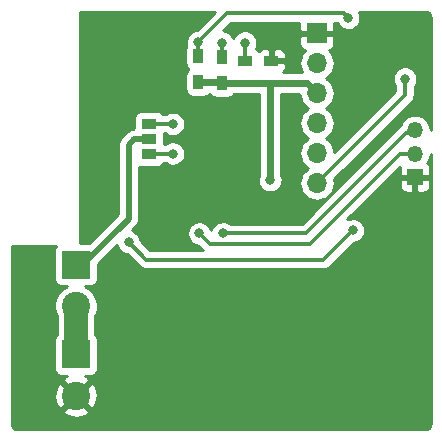
<source format=gbl>
G04 #@! TF.GenerationSoftware,KiCad,Pcbnew,(2017-11-08 revision cd21218)-HEAD*
G04 #@! TF.CreationDate,2018-02-20T18:29:19+02:00*
G04 #@! TF.ProjectId,ws281x_led_strip_controller,7773323831785F6C65645F7374726970,rev?*
G04 #@! TF.SameCoordinates,Original*
G04 #@! TF.FileFunction,Copper,L2,Bot,Signal*
G04 #@! TF.FilePolarity,Positive*
%FSLAX46Y46*%
G04 Gerber Fmt 4.6, Leading zero omitted, Abs format (unit mm)*
G04 Created by KiCad (PCBNEW (2017-11-08 revision cd21218)-HEAD) date Tue Feb 20 18:29:19 2018*
%MOMM*%
%LPD*%
G01*
G04 APERTURE LIST*
%ADD10O,1.350000X1.350000*%
%ADD11R,1.350000X1.350000*%
%ADD12R,1.700000X1.700000*%
%ADD13O,1.700000X1.700000*%
%ADD14R,0.900000X1.200000*%
%ADD15R,1.200000X0.900000*%
%ADD16C,2.400000*%
%ADD17R,2.400000X2.400000*%
%ADD18R,1.270000X0.970000*%
%ADD19C,0.400000*%
%ADD20C,0.800000*%
%ADD21C,0.600000*%
%ADD22C,0.600000*%
%ADD23C,0.350000*%
%ADD24C,2.000000*%
%ADD25C,0.500000*%
%ADD26C,0.254000*%
G04 APERTURE END LIST*
D10*
X146000000Y-67000000D03*
X146000000Y-69000000D03*
D11*
X146000000Y-71000000D03*
D12*
X137700000Y-58800000D03*
D13*
X137700000Y-61340000D03*
X137700000Y-63880000D03*
X137700000Y-66420000D03*
X137700000Y-68960000D03*
X137700000Y-71500000D03*
D14*
X127650000Y-60750000D03*
X127650000Y-62950000D03*
X129650000Y-63050000D03*
X129650000Y-60850000D03*
D15*
X131650000Y-61150000D03*
X133850000Y-61150000D03*
D16*
X117300000Y-81900000D03*
D17*
X117300000Y-78400000D03*
X117300000Y-86000000D03*
D16*
X117300000Y-89500000D03*
D18*
X123500000Y-69020000D03*
X123500000Y-67750000D03*
X123500000Y-66480000D03*
D19*
X135786500Y-58122143D03*
X145946500Y-58122143D03*
X120546500Y-60662143D03*
X123086500Y-60662143D03*
X125626500Y-60662143D03*
X135786500Y-60662143D03*
X140866500Y-60662143D03*
X145946500Y-60662143D03*
X125626500Y-63202143D03*
X140866500Y-63202143D03*
X120546500Y-65742143D03*
X128166500Y-65742143D03*
X130706500Y-65742143D03*
X135786500Y-65742143D03*
X145946500Y-65742143D03*
X120546500Y-68282143D03*
X128166500Y-68282143D03*
X130706500Y-68282143D03*
X135786500Y-68282143D03*
X120546500Y-70822143D03*
X123086500Y-70822143D03*
X125626500Y-70822143D03*
X128166500Y-70822143D03*
X130706500Y-70822143D03*
X135786500Y-70822143D03*
X135786500Y-73362143D03*
X145946500Y-73362143D03*
X143406500Y-75902143D03*
X145946500Y-75902143D03*
X112926500Y-78442143D03*
X115466500Y-78442143D03*
X120546500Y-78442143D03*
X140866500Y-78442143D03*
X145946500Y-78442143D03*
X112926500Y-80982143D03*
X120546500Y-80982143D03*
X123086500Y-80982143D03*
X125626500Y-80982143D03*
X128166500Y-80982143D03*
X130706500Y-80982143D03*
X135786500Y-80982143D03*
X138326500Y-80982143D03*
X140866500Y-80982143D03*
X145946500Y-80982143D03*
X112926500Y-83522143D03*
X115466500Y-83522143D03*
X120546500Y-83522143D03*
X140866500Y-83522143D03*
X143406500Y-83522143D03*
X145946500Y-83522143D03*
X112926500Y-86062143D03*
X123086500Y-86062143D03*
X133246500Y-86062143D03*
X140866500Y-86062143D03*
X112926500Y-88602143D03*
X115466500Y-88602143D03*
X125626500Y-88602143D03*
X140866500Y-88602143D03*
X112926500Y-91142143D03*
X115466500Y-91142143D03*
X120546500Y-91142143D03*
X138326500Y-91142143D03*
X140866500Y-91142143D03*
X143406500Y-91142143D03*
X145946500Y-91142143D03*
D20*
X133750000Y-71250000D03*
X121749994Y-76500000D03*
X140750000Y-75500000D03*
D21*
X117300000Y-82800000D03*
X117300000Y-81000000D03*
X117300000Y-86900000D03*
X117300000Y-85100000D03*
X116400000Y-81900000D03*
X118200000Y-86000000D03*
X118200000Y-81900000D03*
X116400000Y-86000000D03*
X117300000Y-83950000D03*
D20*
X125500000Y-66500006D03*
X125500000Y-69000000D03*
X145150000Y-62650000D03*
X127750000Y-75750000D03*
X129750000Y-75750000D03*
X140350000Y-57500000D03*
X127650000Y-59550000D03*
X129650000Y-59599998D03*
X131600000Y-59600000D03*
D22*
X129650000Y-63050000D02*
X133500000Y-63050000D01*
X133500000Y-63050000D02*
X136870000Y-63050000D01*
X133750000Y-71250000D02*
X133750000Y-63300000D01*
X133750000Y-63300000D02*
X133500000Y-63050000D01*
X136870000Y-63050000D02*
X137700000Y-63880000D01*
X127650000Y-62950000D02*
X129550000Y-62950000D01*
X129550000Y-62950000D02*
X129650000Y-63050000D01*
D23*
X140350001Y-75899999D02*
X140750000Y-75500000D01*
X138250000Y-78000000D02*
X140350001Y-75899999D01*
X123249994Y-78000000D02*
X138250000Y-78000000D01*
X121749994Y-76500000D02*
X123249994Y-78000000D01*
X117300000Y-83950000D02*
X117300000Y-82800000D01*
D24*
X117300000Y-81900000D02*
X117300000Y-86000000D01*
D23*
X125479994Y-66480000D02*
X125500000Y-66500006D01*
X123500000Y-66480000D02*
X125479994Y-66480000D01*
X123500000Y-69020000D02*
X125480000Y-69020000D01*
X125480000Y-69020000D02*
X125500000Y-69000000D01*
X137700000Y-71500000D02*
X145150000Y-64050000D01*
X145150000Y-64050000D02*
X145150000Y-62650000D01*
X145045406Y-69000000D02*
X146000000Y-69000000D01*
X144704996Y-69000000D02*
X145045406Y-69000000D01*
X137079995Y-76625001D02*
X144704996Y-69000000D01*
X128625001Y-76625001D02*
X137079995Y-76625001D01*
X127750000Y-75750000D02*
X128625001Y-76625001D01*
X129750000Y-75750000D02*
X136750000Y-75750000D01*
X136750000Y-75750000D02*
X145250000Y-67250000D01*
X145250000Y-67250000D02*
X145750000Y-67250000D01*
X145750000Y-67250000D02*
X146000000Y-67000000D01*
X140350000Y-57500000D02*
X139950001Y-57100001D01*
X139950001Y-57100001D02*
X130099999Y-57100001D01*
X130099999Y-57100001D02*
X127650000Y-59550000D01*
X127650000Y-60750000D02*
X127650000Y-60600000D01*
X127650000Y-60750000D02*
X127650000Y-59550000D01*
X129650000Y-60850000D02*
X129650000Y-59599998D01*
X131650000Y-61150000D02*
X131650000Y-59650000D01*
X131650000Y-59650000D02*
X131600000Y-59600000D01*
D25*
X121750000Y-68250000D02*
X121750000Y-74500000D01*
X121750000Y-74500000D02*
X117850000Y-78400000D01*
X123500000Y-67750000D02*
X122250000Y-67750000D01*
X122250000Y-67750000D02*
X121750000Y-68250000D01*
X117850000Y-78400000D02*
X117300000Y-78400000D01*
D26*
G36*
X147315000Y-91866497D02*
X147303874Y-91979969D01*
X147280650Y-92056890D01*
X147242925Y-92127841D01*
X147192142Y-92190108D01*
X147130228Y-92241327D01*
X147059547Y-92279544D01*
X146982788Y-92303306D01*
X146871521Y-92315000D01*
X112333503Y-92315000D01*
X112220031Y-92303874D01*
X112143110Y-92280650D01*
X112072159Y-92242925D01*
X112009892Y-92192142D01*
X111958673Y-92130228D01*
X111920456Y-92059547D01*
X111896694Y-91982788D01*
X111885000Y-91871521D01*
X111885000Y-90777980D01*
X116201626Y-90777980D01*
X116321514Y-91062836D01*
X116645210Y-91223699D01*
X116994069Y-91318322D01*
X117354684Y-91343067D01*
X117713198Y-91296985D01*
X118055833Y-91181846D01*
X118278486Y-91062836D01*
X118398374Y-90777980D01*
X117300000Y-89679605D01*
X116201626Y-90777980D01*
X111885000Y-90777980D01*
X111885000Y-89554684D01*
X115456933Y-89554684D01*
X115503015Y-89913198D01*
X115618154Y-90255833D01*
X115737164Y-90478486D01*
X116022020Y-90598374D01*
X117120395Y-89500000D01*
X117479605Y-89500000D01*
X118577980Y-90598374D01*
X118862836Y-90478486D01*
X119023699Y-90154790D01*
X119118322Y-89805931D01*
X119143067Y-89445316D01*
X119096985Y-89086802D01*
X118981846Y-88744167D01*
X118862836Y-88521514D01*
X118577980Y-88401626D01*
X117479605Y-89500000D01*
X117120395Y-89500000D01*
X116022020Y-88401626D01*
X115737164Y-88521514D01*
X115576301Y-88845210D01*
X115481678Y-89194069D01*
X115456933Y-89554684D01*
X111885000Y-89554684D01*
X111885000Y-76828055D01*
X115585199Y-76826331D01*
X115569463Y-76845506D01*
X115510498Y-76955820D01*
X115474188Y-77075518D01*
X115461928Y-77200000D01*
X115461928Y-79600000D01*
X115474188Y-79724482D01*
X115510498Y-79844180D01*
X115569463Y-79954494D01*
X115648815Y-80051185D01*
X115745506Y-80130537D01*
X115855820Y-80189502D01*
X115975518Y-80225812D01*
X116100000Y-80238072D01*
X116514734Y-80238072D01*
X116445738Y-80265948D01*
X116144618Y-80462995D01*
X115887507Y-80714777D01*
X115684197Y-81011705D01*
X115542432Y-81342467D01*
X115467612Y-81694465D01*
X115462588Y-82054292D01*
X115527550Y-82408242D01*
X115660024Y-82742833D01*
X115665000Y-82750554D01*
X115665000Y-84335532D01*
X115648815Y-84348815D01*
X115569463Y-84445506D01*
X115510498Y-84555820D01*
X115474188Y-84675518D01*
X115461928Y-84800000D01*
X115461928Y-87200000D01*
X115474188Y-87324482D01*
X115510498Y-87444180D01*
X115569463Y-87554494D01*
X115648815Y-87651185D01*
X115745506Y-87730537D01*
X115855820Y-87789502D01*
X115975518Y-87825812D01*
X116100000Y-87838072D01*
X116506903Y-87838072D01*
X116321514Y-87937164D01*
X116201626Y-88222020D01*
X117300000Y-89320395D01*
X118398374Y-88222020D01*
X118278486Y-87937164D01*
X118079088Y-87838072D01*
X118500000Y-87838072D01*
X118624482Y-87825812D01*
X118744180Y-87789502D01*
X118854494Y-87730537D01*
X118951185Y-87651185D01*
X119030537Y-87554494D01*
X119089502Y-87444180D01*
X119125812Y-87324482D01*
X119138072Y-87200000D01*
X119138072Y-84800000D01*
X119125812Y-84675518D01*
X119089502Y-84555820D01*
X119030537Y-84445506D01*
X118951185Y-84348815D01*
X118935000Y-84335532D01*
X118935000Y-82739442D01*
X119049613Y-82482019D01*
X119129339Y-82131099D01*
X119130844Y-82023354D01*
X119132116Y-82017754D01*
X119135040Y-81808319D01*
X119133925Y-81802689D01*
X119135079Y-81720069D01*
X119065181Y-81367060D01*
X118928049Y-81034351D01*
X118728904Y-80734614D01*
X118475333Y-80479267D01*
X118176993Y-80278034D01*
X118081927Y-80238072D01*
X118500000Y-80238072D01*
X118624482Y-80225812D01*
X118744180Y-80189502D01*
X118854494Y-80130537D01*
X118951185Y-80051185D01*
X119030537Y-79954494D01*
X119089502Y-79844180D01*
X119125812Y-79724482D01*
X119138072Y-79600000D01*
X119138072Y-78363508D01*
X120744791Y-76756789D01*
X120750274Y-76786665D01*
X120824994Y-76975386D01*
X120934947Y-77145999D01*
X121075944Y-77292006D01*
X121242616Y-77407846D01*
X121428614Y-77489106D01*
X121626853Y-77532692D01*
X121637395Y-77532913D01*
X122677237Y-78572756D01*
X122735090Y-78620277D01*
X122792371Y-78668342D01*
X122796099Y-78670392D01*
X122799394Y-78673098D01*
X122865342Y-78708459D01*
X122930901Y-78744500D01*
X122934964Y-78745789D01*
X122938715Y-78747800D01*
X123010202Y-78769656D01*
X123081586Y-78792300D01*
X123085823Y-78792775D01*
X123089891Y-78794019D01*
X123164282Y-78801576D01*
X123238685Y-78809921D01*
X123247011Y-78809979D01*
X123247167Y-78809995D01*
X123247312Y-78809981D01*
X123249994Y-78810000D01*
X138250000Y-78810000D01*
X138324535Y-78802692D01*
X138399001Y-78796177D01*
X138403087Y-78794990D01*
X138407330Y-78794574D01*
X138478962Y-78772947D01*
X138550808Y-78752074D01*
X138554593Y-78750112D01*
X138558667Y-78748882D01*
X138624689Y-78713777D01*
X138691158Y-78679323D01*
X138694488Y-78676665D01*
X138698247Y-78674666D01*
X138756225Y-78627380D01*
X138814704Y-78580697D01*
X138820627Y-78574855D01*
X138820754Y-78574752D01*
X138820851Y-78574635D01*
X138822756Y-78572756D01*
X140864731Y-76530782D01*
X141029679Y-76501697D01*
X141218916Y-76428296D01*
X141390293Y-76319537D01*
X141537281Y-76179563D01*
X141654282Y-76013703D01*
X141736839Y-75828278D01*
X141781807Y-75630348D01*
X141785044Y-75398513D01*
X141745620Y-75199405D01*
X141668273Y-75011746D01*
X141555948Y-74842684D01*
X141412926Y-74698660D01*
X141244653Y-74585158D01*
X141057539Y-74506503D01*
X140858710Y-74465689D01*
X140655741Y-74464272D01*
X140456363Y-74502306D01*
X140274879Y-74575630D01*
X143564759Y-71285750D01*
X144690000Y-71285750D01*
X144690000Y-71737542D01*
X144714403Y-71860223D01*
X144762270Y-71975785D01*
X144831763Y-72079789D01*
X144920211Y-72168237D01*
X145024215Y-72237730D01*
X145139777Y-72285597D01*
X145262458Y-72310000D01*
X145714250Y-72310000D01*
X145873000Y-72151250D01*
X145873000Y-71127000D01*
X146127000Y-71127000D01*
X146127000Y-72151250D01*
X146285750Y-72310000D01*
X146737542Y-72310000D01*
X146860223Y-72285597D01*
X146975785Y-72237730D01*
X147079789Y-72168237D01*
X147168237Y-72079789D01*
X147237730Y-71975785D01*
X147285597Y-71860223D01*
X147310000Y-71737542D01*
X147310000Y-71285750D01*
X147151250Y-71127000D01*
X146127000Y-71127000D01*
X145873000Y-71127000D01*
X144848750Y-71127000D01*
X144690000Y-71285750D01*
X143564759Y-71285750D01*
X144716999Y-70133510D01*
X144714403Y-70139777D01*
X144690000Y-70262458D01*
X144690000Y-70714250D01*
X144848750Y-70873000D01*
X145873000Y-70873000D01*
X145873000Y-70853000D01*
X146127000Y-70853000D01*
X146127000Y-70873000D01*
X147151250Y-70873000D01*
X147310000Y-70714250D01*
X147310000Y-70262458D01*
X147285597Y-70139777D01*
X147237730Y-70024215D01*
X147168237Y-69920211D01*
X147079789Y-69831763D01*
X147035035Y-69801859D01*
X147092378Y-69732543D01*
X147213980Y-69507645D01*
X147289583Y-69263412D01*
X147315000Y-69021581D01*
X147315000Y-91866497D01*
X147315000Y-91866497D01*
G37*
X147315000Y-91866497D02*
X147303874Y-91979969D01*
X147280650Y-92056890D01*
X147242925Y-92127841D01*
X147192142Y-92190108D01*
X147130228Y-92241327D01*
X147059547Y-92279544D01*
X146982788Y-92303306D01*
X146871521Y-92315000D01*
X112333503Y-92315000D01*
X112220031Y-92303874D01*
X112143110Y-92280650D01*
X112072159Y-92242925D01*
X112009892Y-92192142D01*
X111958673Y-92130228D01*
X111920456Y-92059547D01*
X111896694Y-91982788D01*
X111885000Y-91871521D01*
X111885000Y-90777980D01*
X116201626Y-90777980D01*
X116321514Y-91062836D01*
X116645210Y-91223699D01*
X116994069Y-91318322D01*
X117354684Y-91343067D01*
X117713198Y-91296985D01*
X118055833Y-91181846D01*
X118278486Y-91062836D01*
X118398374Y-90777980D01*
X117300000Y-89679605D01*
X116201626Y-90777980D01*
X111885000Y-90777980D01*
X111885000Y-89554684D01*
X115456933Y-89554684D01*
X115503015Y-89913198D01*
X115618154Y-90255833D01*
X115737164Y-90478486D01*
X116022020Y-90598374D01*
X117120395Y-89500000D01*
X117479605Y-89500000D01*
X118577980Y-90598374D01*
X118862836Y-90478486D01*
X119023699Y-90154790D01*
X119118322Y-89805931D01*
X119143067Y-89445316D01*
X119096985Y-89086802D01*
X118981846Y-88744167D01*
X118862836Y-88521514D01*
X118577980Y-88401626D01*
X117479605Y-89500000D01*
X117120395Y-89500000D01*
X116022020Y-88401626D01*
X115737164Y-88521514D01*
X115576301Y-88845210D01*
X115481678Y-89194069D01*
X115456933Y-89554684D01*
X111885000Y-89554684D01*
X111885000Y-76828055D01*
X115585199Y-76826331D01*
X115569463Y-76845506D01*
X115510498Y-76955820D01*
X115474188Y-77075518D01*
X115461928Y-77200000D01*
X115461928Y-79600000D01*
X115474188Y-79724482D01*
X115510498Y-79844180D01*
X115569463Y-79954494D01*
X115648815Y-80051185D01*
X115745506Y-80130537D01*
X115855820Y-80189502D01*
X115975518Y-80225812D01*
X116100000Y-80238072D01*
X116514734Y-80238072D01*
X116445738Y-80265948D01*
X116144618Y-80462995D01*
X115887507Y-80714777D01*
X115684197Y-81011705D01*
X115542432Y-81342467D01*
X115467612Y-81694465D01*
X115462588Y-82054292D01*
X115527550Y-82408242D01*
X115660024Y-82742833D01*
X115665000Y-82750554D01*
X115665000Y-84335532D01*
X115648815Y-84348815D01*
X115569463Y-84445506D01*
X115510498Y-84555820D01*
X115474188Y-84675518D01*
X115461928Y-84800000D01*
X115461928Y-87200000D01*
X115474188Y-87324482D01*
X115510498Y-87444180D01*
X115569463Y-87554494D01*
X115648815Y-87651185D01*
X115745506Y-87730537D01*
X115855820Y-87789502D01*
X115975518Y-87825812D01*
X116100000Y-87838072D01*
X116506903Y-87838072D01*
X116321514Y-87937164D01*
X116201626Y-88222020D01*
X117300000Y-89320395D01*
X118398374Y-88222020D01*
X118278486Y-87937164D01*
X118079088Y-87838072D01*
X118500000Y-87838072D01*
X118624482Y-87825812D01*
X118744180Y-87789502D01*
X118854494Y-87730537D01*
X118951185Y-87651185D01*
X119030537Y-87554494D01*
X119089502Y-87444180D01*
X119125812Y-87324482D01*
X119138072Y-87200000D01*
X119138072Y-84800000D01*
X119125812Y-84675518D01*
X119089502Y-84555820D01*
X119030537Y-84445506D01*
X118951185Y-84348815D01*
X118935000Y-84335532D01*
X118935000Y-82739442D01*
X119049613Y-82482019D01*
X119129339Y-82131099D01*
X119130844Y-82023354D01*
X119132116Y-82017754D01*
X119135040Y-81808319D01*
X119133925Y-81802689D01*
X119135079Y-81720069D01*
X119065181Y-81367060D01*
X118928049Y-81034351D01*
X118728904Y-80734614D01*
X118475333Y-80479267D01*
X118176993Y-80278034D01*
X118081927Y-80238072D01*
X118500000Y-80238072D01*
X118624482Y-80225812D01*
X118744180Y-80189502D01*
X118854494Y-80130537D01*
X118951185Y-80051185D01*
X119030537Y-79954494D01*
X119089502Y-79844180D01*
X119125812Y-79724482D01*
X119138072Y-79600000D01*
X119138072Y-78363508D01*
X120744791Y-76756789D01*
X120750274Y-76786665D01*
X120824994Y-76975386D01*
X120934947Y-77145999D01*
X121075944Y-77292006D01*
X121242616Y-77407846D01*
X121428614Y-77489106D01*
X121626853Y-77532692D01*
X121637395Y-77532913D01*
X122677237Y-78572756D01*
X122735090Y-78620277D01*
X122792371Y-78668342D01*
X122796099Y-78670392D01*
X122799394Y-78673098D01*
X122865342Y-78708459D01*
X122930901Y-78744500D01*
X122934964Y-78745789D01*
X122938715Y-78747800D01*
X123010202Y-78769656D01*
X123081586Y-78792300D01*
X123085823Y-78792775D01*
X123089891Y-78794019D01*
X123164282Y-78801576D01*
X123238685Y-78809921D01*
X123247011Y-78809979D01*
X123247167Y-78809995D01*
X123247312Y-78809981D01*
X123249994Y-78810000D01*
X138250000Y-78810000D01*
X138324535Y-78802692D01*
X138399001Y-78796177D01*
X138403087Y-78794990D01*
X138407330Y-78794574D01*
X138478962Y-78772947D01*
X138550808Y-78752074D01*
X138554593Y-78750112D01*
X138558667Y-78748882D01*
X138624689Y-78713777D01*
X138691158Y-78679323D01*
X138694488Y-78676665D01*
X138698247Y-78674666D01*
X138756225Y-78627380D01*
X138814704Y-78580697D01*
X138820627Y-78574855D01*
X138820754Y-78574752D01*
X138820851Y-78574635D01*
X138822756Y-78572756D01*
X140864731Y-76530782D01*
X141029679Y-76501697D01*
X141218916Y-76428296D01*
X141390293Y-76319537D01*
X141537281Y-76179563D01*
X141654282Y-76013703D01*
X141736839Y-75828278D01*
X141781807Y-75630348D01*
X141785044Y-75398513D01*
X141745620Y-75199405D01*
X141668273Y-75011746D01*
X141555948Y-74842684D01*
X141412926Y-74698660D01*
X141244653Y-74585158D01*
X141057539Y-74506503D01*
X140858710Y-74465689D01*
X140655741Y-74464272D01*
X140456363Y-74502306D01*
X140274879Y-74575630D01*
X143564759Y-71285750D01*
X144690000Y-71285750D01*
X144690000Y-71737542D01*
X144714403Y-71860223D01*
X144762270Y-71975785D01*
X144831763Y-72079789D01*
X144920211Y-72168237D01*
X145024215Y-72237730D01*
X145139777Y-72285597D01*
X145262458Y-72310000D01*
X145714250Y-72310000D01*
X145873000Y-72151250D01*
X145873000Y-71127000D01*
X146127000Y-71127000D01*
X146127000Y-72151250D01*
X146285750Y-72310000D01*
X146737542Y-72310000D01*
X146860223Y-72285597D01*
X146975785Y-72237730D01*
X147079789Y-72168237D01*
X147168237Y-72079789D01*
X147237730Y-71975785D01*
X147285597Y-71860223D01*
X147310000Y-71737542D01*
X147310000Y-71285750D01*
X147151250Y-71127000D01*
X146127000Y-71127000D01*
X145873000Y-71127000D01*
X144848750Y-71127000D01*
X144690000Y-71285750D01*
X143564759Y-71285750D01*
X144716999Y-70133510D01*
X144714403Y-70139777D01*
X144690000Y-70262458D01*
X144690000Y-70714250D01*
X144848750Y-70873000D01*
X145873000Y-70873000D01*
X145873000Y-70853000D01*
X146127000Y-70853000D01*
X146127000Y-70873000D01*
X147151250Y-70873000D01*
X147310000Y-70714250D01*
X147310000Y-70262458D01*
X147285597Y-70139777D01*
X147237730Y-70024215D01*
X147168237Y-69920211D01*
X147079789Y-69831763D01*
X147035035Y-69801859D01*
X147092378Y-69732543D01*
X147213980Y-69507645D01*
X147289583Y-69263412D01*
X147315000Y-69021581D01*
X147315000Y-91866497D01*
G36*
X127536556Y-58517932D02*
X127356363Y-58552306D01*
X127168168Y-58628341D01*
X126998327Y-58739482D01*
X126853308Y-58881496D01*
X126738634Y-59048972D01*
X126658674Y-59235533D01*
X126616473Y-59434071D01*
X126613639Y-59637026D01*
X126649560Y-59832741D01*
X126610498Y-59905820D01*
X126574188Y-60025518D01*
X126561928Y-60150000D01*
X126561928Y-61350000D01*
X126574188Y-61474482D01*
X126610498Y-61594180D01*
X126669463Y-61704494D01*
X126748815Y-61801185D01*
X126808296Y-61850000D01*
X126748815Y-61898815D01*
X126669463Y-61995506D01*
X126610498Y-62105820D01*
X126574188Y-62225518D01*
X126561928Y-62350000D01*
X126561928Y-63550000D01*
X126574188Y-63674482D01*
X126610498Y-63794180D01*
X126669463Y-63904494D01*
X126748815Y-64001185D01*
X126845506Y-64080537D01*
X126955820Y-64139502D01*
X127075518Y-64175812D01*
X127200000Y-64188072D01*
X128100000Y-64188072D01*
X128224482Y-64175812D01*
X128344180Y-64139502D01*
X128454494Y-64080537D01*
X128551185Y-64001185D01*
X128621740Y-63915213D01*
X128669463Y-64004494D01*
X128748815Y-64101185D01*
X128845506Y-64180537D01*
X128955820Y-64239502D01*
X129075518Y-64275812D01*
X129200000Y-64288072D01*
X130100000Y-64288072D01*
X130224482Y-64275812D01*
X130344180Y-64239502D01*
X130454494Y-64180537D01*
X130551185Y-64101185D01*
X130630537Y-64004494D01*
X130640957Y-63985000D01*
X132815000Y-63985000D01*
X132815000Y-70804114D01*
X132758674Y-70935533D01*
X132716473Y-71134071D01*
X132713639Y-71337026D01*
X132750280Y-71536665D01*
X132825000Y-71725386D01*
X132934953Y-71895999D01*
X133075950Y-72042006D01*
X133242622Y-72157846D01*
X133428620Y-72239106D01*
X133626859Y-72282692D01*
X133829788Y-72286943D01*
X134029679Y-72251697D01*
X134218916Y-72178296D01*
X134390293Y-72069537D01*
X134537281Y-71929563D01*
X134654282Y-71763703D01*
X134736839Y-71578278D01*
X134781807Y-71380348D01*
X134785044Y-71148513D01*
X134745620Y-70949405D01*
X134685000Y-70802329D01*
X134685000Y-63985000D01*
X136218350Y-63985000D01*
X136234118Y-64158261D01*
X136315947Y-64436291D01*
X136450220Y-64693131D01*
X136631823Y-64919000D01*
X136853839Y-65105294D01*
X136934247Y-65149498D01*
X136871029Y-65183112D01*
X136646433Y-65366287D01*
X136461694Y-65589599D01*
X136323848Y-65844539D01*
X136238146Y-66121399D01*
X136207851Y-66409633D01*
X136234118Y-66698261D01*
X136315947Y-66976291D01*
X136450220Y-67233131D01*
X136631823Y-67459000D01*
X136853839Y-67645294D01*
X136934247Y-67689498D01*
X136871029Y-67723112D01*
X136646433Y-67906287D01*
X136461694Y-68129599D01*
X136323848Y-68384539D01*
X136238146Y-68661399D01*
X136207851Y-68949633D01*
X136234118Y-69238261D01*
X136315947Y-69516291D01*
X136450220Y-69773131D01*
X136631823Y-69999000D01*
X136853839Y-70185294D01*
X136934247Y-70229498D01*
X136871029Y-70263112D01*
X136646433Y-70446287D01*
X136461694Y-70669599D01*
X136323848Y-70924539D01*
X136238146Y-71201399D01*
X136207851Y-71489633D01*
X136234118Y-71778261D01*
X136315947Y-72056291D01*
X136450220Y-72313131D01*
X136631823Y-72539000D01*
X136853839Y-72725294D01*
X137107811Y-72864916D01*
X137384066Y-72952549D01*
X137672081Y-72984855D01*
X137692815Y-72985000D01*
X137707185Y-72985000D01*
X137995623Y-72956718D01*
X138273075Y-72872951D01*
X138528971Y-72736888D01*
X138753567Y-72553713D01*
X138938306Y-72330401D01*
X139076152Y-72075461D01*
X139161854Y-71798601D01*
X139192149Y-71510367D01*
X139165882Y-71221739D01*
X139156307Y-71189205D01*
X145722756Y-64622757D01*
X145770277Y-64564904D01*
X145818342Y-64507623D01*
X145820392Y-64503895D01*
X145823098Y-64500600D01*
X145858459Y-64434652D01*
X145894500Y-64369093D01*
X145895789Y-64365030D01*
X145897800Y-64361279D01*
X145919652Y-64289805D01*
X145942300Y-64218408D01*
X145942775Y-64214170D01*
X145944019Y-64210102D01*
X145951575Y-64135717D01*
X145959921Y-64061309D01*
X145959979Y-64052983D01*
X145959995Y-64052827D01*
X145959981Y-64052682D01*
X145960000Y-64050000D01*
X145960000Y-63297357D01*
X146054282Y-63163703D01*
X146136839Y-62978278D01*
X146181807Y-62780348D01*
X146185044Y-62548513D01*
X146145620Y-62349405D01*
X146068273Y-62161746D01*
X145955948Y-61992684D01*
X145812926Y-61848660D01*
X145644653Y-61735158D01*
X145457539Y-61656503D01*
X145258710Y-61615689D01*
X145055741Y-61614272D01*
X144856363Y-61652306D01*
X144668168Y-61728341D01*
X144498327Y-61839482D01*
X144353308Y-61981496D01*
X144238634Y-62148972D01*
X144158674Y-62335533D01*
X144116473Y-62534071D01*
X144113639Y-62737026D01*
X144150280Y-62936665D01*
X144225000Y-63125386D01*
X144334953Y-63295999D01*
X144340000Y-63301225D01*
X144340000Y-63714487D01*
X139183138Y-68871350D01*
X139165882Y-68681739D01*
X139084053Y-68403709D01*
X138949780Y-68146869D01*
X138768177Y-67921000D01*
X138546161Y-67734706D01*
X138465753Y-67690502D01*
X138528971Y-67656888D01*
X138753567Y-67473713D01*
X138938306Y-67250401D01*
X139076152Y-66995461D01*
X139161854Y-66718601D01*
X139192149Y-66430367D01*
X139165882Y-66141739D01*
X139084053Y-65863709D01*
X138949780Y-65606869D01*
X138768177Y-65381000D01*
X138546161Y-65194706D01*
X138465753Y-65150502D01*
X138528971Y-65116888D01*
X138753567Y-64933713D01*
X138938306Y-64710401D01*
X139076152Y-64455461D01*
X139161854Y-64178601D01*
X139192149Y-63890367D01*
X139165882Y-63601739D01*
X139084053Y-63323709D01*
X138949780Y-63066869D01*
X138768177Y-62841000D01*
X138546161Y-62654706D01*
X138465753Y-62610502D01*
X138528971Y-62576888D01*
X138753567Y-62393713D01*
X138938306Y-62170401D01*
X139076152Y-61915461D01*
X139161854Y-61638601D01*
X139192149Y-61350367D01*
X139165882Y-61061739D01*
X139084053Y-60783709D01*
X138949780Y-60526869D01*
X138768177Y-60301000D01*
X138722939Y-60263041D01*
X138735223Y-60260597D01*
X138850785Y-60212730D01*
X138954789Y-60143237D01*
X139043237Y-60054789D01*
X139112730Y-59950785D01*
X139160597Y-59835223D01*
X139185000Y-59712542D01*
X139185000Y-59085750D01*
X139026250Y-58927000D01*
X137827000Y-58927000D01*
X137827000Y-58947000D01*
X137573000Y-58947000D01*
X137573000Y-58927000D01*
X136373750Y-58927000D01*
X136215000Y-59085750D01*
X136215000Y-59712542D01*
X136239403Y-59835223D01*
X136287270Y-59950785D01*
X136356763Y-60054789D01*
X136445211Y-60143237D01*
X136549215Y-60212730D01*
X136664777Y-60260597D01*
X136675353Y-60262701D01*
X136646433Y-60286287D01*
X136461694Y-60509599D01*
X136323848Y-60764539D01*
X136238146Y-61041399D01*
X136207851Y-61329633D01*
X136234118Y-61618261D01*
X136315947Y-61896291D01*
X136430286Y-62115000D01*
X134822218Y-62115000D01*
X134854789Y-62093237D01*
X134943237Y-62004789D01*
X135012730Y-61900785D01*
X135060597Y-61785223D01*
X135085000Y-61662542D01*
X135085000Y-61435750D01*
X134926250Y-61277000D01*
X133977000Y-61277000D01*
X133977000Y-61297000D01*
X133723000Y-61297000D01*
X133723000Y-61277000D01*
X133703000Y-61277000D01*
X133703000Y-61023000D01*
X133723000Y-61023000D01*
X133723000Y-60223750D01*
X133977000Y-60223750D01*
X133977000Y-61023000D01*
X134926250Y-61023000D01*
X135085000Y-60864250D01*
X135085000Y-60637458D01*
X135060597Y-60514777D01*
X135012730Y-60399215D01*
X134943237Y-60295211D01*
X134854789Y-60206763D01*
X134750785Y-60137270D01*
X134635223Y-60089403D01*
X134512542Y-60065000D01*
X134135750Y-60065000D01*
X133977000Y-60223750D01*
X133723000Y-60223750D01*
X133564250Y-60065000D01*
X133187458Y-60065000D01*
X133064777Y-60089403D01*
X132949215Y-60137270D01*
X132845211Y-60206763D01*
X132756763Y-60295211D01*
X132748908Y-60306966D01*
X132701185Y-60248815D01*
X132604494Y-60169463D01*
X132503158Y-60115297D01*
X132504282Y-60113703D01*
X132586839Y-59928278D01*
X132631807Y-59730348D01*
X132635044Y-59498513D01*
X132595620Y-59299405D01*
X132518273Y-59111746D01*
X132405948Y-58942684D01*
X132262926Y-58798660D01*
X132094653Y-58685158D01*
X131907539Y-58606503D01*
X131708710Y-58565689D01*
X131505741Y-58564272D01*
X131306363Y-58602306D01*
X131118168Y-58678341D01*
X130948327Y-58789482D01*
X130803308Y-58931496D01*
X130688634Y-59098972D01*
X130624594Y-59248389D01*
X130568273Y-59111744D01*
X130455948Y-58942682D01*
X130312926Y-58798658D01*
X130144653Y-58685156D01*
X129957539Y-58606501D01*
X129776229Y-58569283D01*
X130435512Y-57910001D01*
X136215000Y-57910001D01*
X136215000Y-58514250D01*
X136373750Y-58673000D01*
X137573000Y-58673000D01*
X137573000Y-58653000D01*
X137827000Y-58653000D01*
X137827000Y-58673000D01*
X139026250Y-58673000D01*
X139185000Y-58514250D01*
X139185000Y-57910001D01*
X139399112Y-57910001D01*
X139425000Y-57975386D01*
X139534953Y-58145999D01*
X139675950Y-58292006D01*
X139842622Y-58407846D01*
X140028620Y-58489106D01*
X140226859Y-58532692D01*
X140429788Y-58536943D01*
X140629679Y-58501697D01*
X140818916Y-58428296D01*
X140990293Y-58319537D01*
X141137281Y-58179563D01*
X141254282Y-58013703D01*
X141336839Y-57828278D01*
X141381807Y-57630348D01*
X141385044Y-57398513D01*
X141345620Y-57199405D01*
X141268273Y-57011746D01*
X141250503Y-56985000D01*
X146866497Y-56985000D01*
X146979969Y-56996126D01*
X147056892Y-57019350D01*
X147127839Y-57057073D01*
X147190109Y-57107859D01*
X147241326Y-57169771D01*
X147279545Y-57240456D01*
X147303306Y-57317212D01*
X147315000Y-57428479D01*
X147315000Y-66994784D01*
X147293135Y-66754530D01*
X147220950Y-66509265D01*
X147102500Y-66282692D01*
X146942298Y-66083441D01*
X146746446Y-65919101D01*
X146522403Y-65795933D01*
X146278703Y-65718627D01*
X146024629Y-65690128D01*
X146006339Y-65690000D01*
X145993661Y-65690000D01*
X145739214Y-65714949D01*
X145494459Y-65788845D01*
X145268718Y-65908873D01*
X145070590Y-66070462D01*
X144907622Y-66267457D01*
X144786020Y-66492355D01*
X144746345Y-66620523D01*
X144743775Y-66622620D01*
X144685296Y-66669303D01*
X144679368Y-66675148D01*
X144679246Y-66675248D01*
X144679152Y-66675361D01*
X144677243Y-66677244D01*
X136414488Y-74940000D01*
X130400087Y-74940000D01*
X130244653Y-74835158D01*
X130057539Y-74756503D01*
X129858710Y-74715689D01*
X129655741Y-74714272D01*
X129456363Y-74752306D01*
X129268168Y-74828341D01*
X129098327Y-74939482D01*
X128953308Y-75081496D01*
X128838634Y-75248972D01*
X128758674Y-75435533D01*
X128750494Y-75474019D01*
X128745620Y-75449405D01*
X128668273Y-75261746D01*
X128555948Y-75092684D01*
X128412926Y-74948660D01*
X128244653Y-74835158D01*
X128057539Y-74756503D01*
X127858710Y-74715689D01*
X127655741Y-74714272D01*
X127456363Y-74752306D01*
X127268168Y-74828341D01*
X127098327Y-74939482D01*
X126953308Y-75081496D01*
X126838634Y-75248972D01*
X126758674Y-75435533D01*
X126716473Y-75634071D01*
X126713639Y-75837026D01*
X126750280Y-76036665D01*
X126825000Y-76225386D01*
X126934953Y-76395999D01*
X127075950Y-76542006D01*
X127242622Y-76657846D01*
X127428620Y-76739106D01*
X127626859Y-76782692D01*
X127637400Y-76782913D01*
X128044487Y-77190000D01*
X123585507Y-77190000D01*
X122782821Y-76387314D01*
X122745614Y-76199405D01*
X122668267Y-76011746D01*
X122555942Y-75842684D01*
X122412920Y-75698660D01*
X122244647Y-75585158D01*
X122057533Y-75506503D01*
X122005713Y-75495866D01*
X122375790Y-75125789D01*
X122427696Y-75062598D01*
X122480225Y-74999996D01*
X122482466Y-74995919D01*
X122485421Y-74992322D01*
X122524043Y-74920292D01*
X122563435Y-74848639D01*
X122564843Y-74844200D01*
X122567041Y-74840101D01*
X122590927Y-74761974D01*
X122615661Y-74684002D01*
X122616180Y-74679374D01*
X122617540Y-74674926D01*
X122625794Y-74593661D01*
X122634914Y-74512357D01*
X122634977Y-74503253D01*
X122634994Y-74503089D01*
X122634980Y-74502936D01*
X122635000Y-74500000D01*
X122635000Y-70098803D01*
X122740518Y-70130812D01*
X122865000Y-70143072D01*
X124135000Y-70143072D01*
X124259482Y-70130812D01*
X124379180Y-70094502D01*
X124489494Y-70035537D01*
X124586185Y-69956185D01*
X124665537Y-69859494D01*
X124681302Y-69830000D01*
X124880616Y-69830000D01*
X124992622Y-69907846D01*
X125178620Y-69989106D01*
X125376859Y-70032692D01*
X125579788Y-70036943D01*
X125779679Y-70001697D01*
X125968916Y-69928296D01*
X126140293Y-69819537D01*
X126287281Y-69679563D01*
X126404282Y-69513703D01*
X126486839Y-69328278D01*
X126531807Y-69130348D01*
X126535044Y-68898513D01*
X126495620Y-68699405D01*
X126418273Y-68511746D01*
X126305948Y-68342684D01*
X126162926Y-68198660D01*
X125994653Y-68085158D01*
X125807539Y-68006503D01*
X125608710Y-67965689D01*
X125405741Y-67964272D01*
X125206363Y-68002306D01*
X125018168Y-68078341D01*
X124848327Y-68189482D01*
X124827375Y-68210000D01*
X124773072Y-68210000D01*
X124773072Y-67290000D01*
X124824007Y-67290000D01*
X124825950Y-67292012D01*
X124992622Y-67407852D01*
X125178620Y-67489112D01*
X125376859Y-67532698D01*
X125579788Y-67536949D01*
X125779679Y-67501703D01*
X125968916Y-67428302D01*
X126140293Y-67319543D01*
X126287281Y-67179569D01*
X126404282Y-67013709D01*
X126486839Y-66828284D01*
X126531807Y-66630354D01*
X126535044Y-66398519D01*
X126495620Y-66199411D01*
X126418273Y-66011752D01*
X126305948Y-65842690D01*
X126162926Y-65698666D01*
X125994653Y-65585164D01*
X125807539Y-65506509D01*
X125608710Y-65465695D01*
X125405741Y-65464278D01*
X125206363Y-65502312D01*
X125018168Y-65578347D01*
X124878108Y-65670000D01*
X124681302Y-65670000D01*
X124665537Y-65640506D01*
X124586185Y-65543815D01*
X124489494Y-65464463D01*
X124379180Y-65405498D01*
X124259482Y-65369188D01*
X124135000Y-65356928D01*
X122865000Y-65356928D01*
X122740518Y-65369188D01*
X122620820Y-65405498D01*
X122510506Y-65464463D01*
X122413815Y-65543815D01*
X122334463Y-65640506D01*
X122275498Y-65750820D01*
X122239188Y-65870518D01*
X122226928Y-65995000D01*
X122226928Y-66867262D01*
X122168644Y-66872977D01*
X122087204Y-66880102D01*
X122082733Y-66881401D01*
X122078103Y-66881855D01*
X121999915Y-66905461D01*
X121921340Y-66928289D01*
X121917203Y-66930434D01*
X121912753Y-66931777D01*
X121840647Y-66970116D01*
X121767994Y-67007776D01*
X121764354Y-67010682D01*
X121760248Y-67012865D01*
X121696960Y-67064482D01*
X121633009Y-67115533D01*
X121626528Y-67121924D01*
X121626399Y-67122030D01*
X121626300Y-67122150D01*
X121624211Y-67124210D01*
X121124210Y-67624210D01*
X121072284Y-67687426D01*
X121019775Y-67750004D01*
X121017534Y-67754081D01*
X121014579Y-67757678D01*
X120975957Y-67829708D01*
X120936565Y-67901361D01*
X120935157Y-67905800D01*
X120932959Y-67909899D01*
X120909073Y-67988026D01*
X120884339Y-68065998D01*
X120883820Y-68070626D01*
X120882460Y-68075074D01*
X120874206Y-68156339D01*
X120865086Y-68237643D01*
X120865023Y-68246747D01*
X120865006Y-68246911D01*
X120865020Y-68247064D01*
X120865000Y-68250000D01*
X120865000Y-74133421D01*
X118436492Y-76561928D01*
X117677000Y-76561928D01*
X117677000Y-56985000D01*
X129069487Y-56985000D01*
X127536556Y-58517932D01*
X127536556Y-58517932D01*
G37*
X127536556Y-58517932D02*
X127356363Y-58552306D01*
X127168168Y-58628341D01*
X126998327Y-58739482D01*
X126853308Y-58881496D01*
X126738634Y-59048972D01*
X126658674Y-59235533D01*
X126616473Y-59434071D01*
X126613639Y-59637026D01*
X126649560Y-59832741D01*
X126610498Y-59905820D01*
X126574188Y-60025518D01*
X126561928Y-60150000D01*
X126561928Y-61350000D01*
X126574188Y-61474482D01*
X126610498Y-61594180D01*
X126669463Y-61704494D01*
X126748815Y-61801185D01*
X126808296Y-61850000D01*
X126748815Y-61898815D01*
X126669463Y-61995506D01*
X126610498Y-62105820D01*
X126574188Y-62225518D01*
X126561928Y-62350000D01*
X126561928Y-63550000D01*
X126574188Y-63674482D01*
X126610498Y-63794180D01*
X126669463Y-63904494D01*
X126748815Y-64001185D01*
X126845506Y-64080537D01*
X126955820Y-64139502D01*
X127075518Y-64175812D01*
X127200000Y-64188072D01*
X128100000Y-64188072D01*
X128224482Y-64175812D01*
X128344180Y-64139502D01*
X128454494Y-64080537D01*
X128551185Y-64001185D01*
X128621740Y-63915213D01*
X128669463Y-64004494D01*
X128748815Y-64101185D01*
X128845506Y-64180537D01*
X128955820Y-64239502D01*
X129075518Y-64275812D01*
X129200000Y-64288072D01*
X130100000Y-64288072D01*
X130224482Y-64275812D01*
X130344180Y-64239502D01*
X130454494Y-64180537D01*
X130551185Y-64101185D01*
X130630537Y-64004494D01*
X130640957Y-63985000D01*
X132815000Y-63985000D01*
X132815000Y-70804114D01*
X132758674Y-70935533D01*
X132716473Y-71134071D01*
X132713639Y-71337026D01*
X132750280Y-71536665D01*
X132825000Y-71725386D01*
X132934953Y-71895999D01*
X133075950Y-72042006D01*
X133242622Y-72157846D01*
X133428620Y-72239106D01*
X133626859Y-72282692D01*
X133829788Y-72286943D01*
X134029679Y-72251697D01*
X134218916Y-72178296D01*
X134390293Y-72069537D01*
X134537281Y-71929563D01*
X134654282Y-71763703D01*
X134736839Y-71578278D01*
X134781807Y-71380348D01*
X134785044Y-71148513D01*
X134745620Y-70949405D01*
X134685000Y-70802329D01*
X134685000Y-63985000D01*
X136218350Y-63985000D01*
X136234118Y-64158261D01*
X136315947Y-64436291D01*
X136450220Y-64693131D01*
X136631823Y-64919000D01*
X136853839Y-65105294D01*
X136934247Y-65149498D01*
X136871029Y-65183112D01*
X136646433Y-65366287D01*
X136461694Y-65589599D01*
X136323848Y-65844539D01*
X136238146Y-66121399D01*
X136207851Y-66409633D01*
X136234118Y-66698261D01*
X136315947Y-66976291D01*
X136450220Y-67233131D01*
X136631823Y-67459000D01*
X136853839Y-67645294D01*
X136934247Y-67689498D01*
X136871029Y-67723112D01*
X136646433Y-67906287D01*
X136461694Y-68129599D01*
X136323848Y-68384539D01*
X136238146Y-68661399D01*
X136207851Y-68949633D01*
X136234118Y-69238261D01*
X136315947Y-69516291D01*
X136450220Y-69773131D01*
X136631823Y-69999000D01*
X136853839Y-70185294D01*
X136934247Y-70229498D01*
X136871029Y-70263112D01*
X136646433Y-70446287D01*
X136461694Y-70669599D01*
X136323848Y-70924539D01*
X136238146Y-71201399D01*
X136207851Y-71489633D01*
X136234118Y-71778261D01*
X136315947Y-72056291D01*
X136450220Y-72313131D01*
X136631823Y-72539000D01*
X136853839Y-72725294D01*
X137107811Y-72864916D01*
X137384066Y-72952549D01*
X137672081Y-72984855D01*
X137692815Y-72985000D01*
X137707185Y-72985000D01*
X137995623Y-72956718D01*
X138273075Y-72872951D01*
X138528971Y-72736888D01*
X138753567Y-72553713D01*
X138938306Y-72330401D01*
X139076152Y-72075461D01*
X139161854Y-71798601D01*
X139192149Y-71510367D01*
X139165882Y-71221739D01*
X139156307Y-71189205D01*
X145722756Y-64622757D01*
X145770277Y-64564904D01*
X145818342Y-64507623D01*
X145820392Y-64503895D01*
X145823098Y-64500600D01*
X145858459Y-64434652D01*
X145894500Y-64369093D01*
X145895789Y-64365030D01*
X145897800Y-64361279D01*
X145919652Y-64289805D01*
X145942300Y-64218408D01*
X145942775Y-64214170D01*
X145944019Y-64210102D01*
X145951575Y-64135717D01*
X145959921Y-64061309D01*
X145959979Y-64052983D01*
X145959995Y-64052827D01*
X145959981Y-64052682D01*
X145960000Y-64050000D01*
X145960000Y-63297357D01*
X146054282Y-63163703D01*
X146136839Y-62978278D01*
X146181807Y-62780348D01*
X146185044Y-62548513D01*
X146145620Y-62349405D01*
X146068273Y-62161746D01*
X145955948Y-61992684D01*
X145812926Y-61848660D01*
X145644653Y-61735158D01*
X145457539Y-61656503D01*
X145258710Y-61615689D01*
X145055741Y-61614272D01*
X144856363Y-61652306D01*
X144668168Y-61728341D01*
X144498327Y-61839482D01*
X144353308Y-61981496D01*
X144238634Y-62148972D01*
X144158674Y-62335533D01*
X144116473Y-62534071D01*
X144113639Y-62737026D01*
X144150280Y-62936665D01*
X144225000Y-63125386D01*
X144334953Y-63295999D01*
X144340000Y-63301225D01*
X144340000Y-63714487D01*
X139183138Y-68871350D01*
X139165882Y-68681739D01*
X139084053Y-68403709D01*
X138949780Y-68146869D01*
X138768177Y-67921000D01*
X138546161Y-67734706D01*
X138465753Y-67690502D01*
X138528971Y-67656888D01*
X138753567Y-67473713D01*
X138938306Y-67250401D01*
X139076152Y-66995461D01*
X139161854Y-66718601D01*
X139192149Y-66430367D01*
X139165882Y-66141739D01*
X139084053Y-65863709D01*
X138949780Y-65606869D01*
X138768177Y-65381000D01*
X138546161Y-65194706D01*
X138465753Y-65150502D01*
X138528971Y-65116888D01*
X138753567Y-64933713D01*
X138938306Y-64710401D01*
X139076152Y-64455461D01*
X139161854Y-64178601D01*
X139192149Y-63890367D01*
X139165882Y-63601739D01*
X139084053Y-63323709D01*
X138949780Y-63066869D01*
X138768177Y-62841000D01*
X138546161Y-62654706D01*
X138465753Y-62610502D01*
X138528971Y-62576888D01*
X138753567Y-62393713D01*
X138938306Y-62170401D01*
X139076152Y-61915461D01*
X139161854Y-61638601D01*
X139192149Y-61350367D01*
X139165882Y-61061739D01*
X139084053Y-60783709D01*
X138949780Y-60526869D01*
X138768177Y-60301000D01*
X138722939Y-60263041D01*
X138735223Y-60260597D01*
X138850785Y-60212730D01*
X138954789Y-60143237D01*
X139043237Y-60054789D01*
X139112730Y-59950785D01*
X139160597Y-59835223D01*
X139185000Y-59712542D01*
X139185000Y-59085750D01*
X139026250Y-58927000D01*
X137827000Y-58927000D01*
X137827000Y-58947000D01*
X137573000Y-58947000D01*
X137573000Y-58927000D01*
X136373750Y-58927000D01*
X136215000Y-59085750D01*
X136215000Y-59712542D01*
X136239403Y-59835223D01*
X136287270Y-59950785D01*
X136356763Y-60054789D01*
X136445211Y-60143237D01*
X136549215Y-60212730D01*
X136664777Y-60260597D01*
X136675353Y-60262701D01*
X136646433Y-60286287D01*
X136461694Y-60509599D01*
X136323848Y-60764539D01*
X136238146Y-61041399D01*
X136207851Y-61329633D01*
X136234118Y-61618261D01*
X136315947Y-61896291D01*
X136430286Y-62115000D01*
X134822218Y-62115000D01*
X134854789Y-62093237D01*
X134943237Y-62004789D01*
X135012730Y-61900785D01*
X135060597Y-61785223D01*
X135085000Y-61662542D01*
X135085000Y-61435750D01*
X134926250Y-61277000D01*
X133977000Y-61277000D01*
X133977000Y-61297000D01*
X133723000Y-61297000D01*
X133723000Y-61277000D01*
X133703000Y-61277000D01*
X133703000Y-61023000D01*
X133723000Y-61023000D01*
X133723000Y-60223750D01*
X133977000Y-60223750D01*
X133977000Y-61023000D01*
X134926250Y-61023000D01*
X135085000Y-60864250D01*
X135085000Y-60637458D01*
X135060597Y-60514777D01*
X135012730Y-60399215D01*
X134943237Y-60295211D01*
X134854789Y-60206763D01*
X134750785Y-60137270D01*
X134635223Y-60089403D01*
X134512542Y-60065000D01*
X134135750Y-60065000D01*
X133977000Y-60223750D01*
X133723000Y-60223750D01*
X133564250Y-60065000D01*
X133187458Y-60065000D01*
X133064777Y-60089403D01*
X132949215Y-60137270D01*
X132845211Y-60206763D01*
X132756763Y-60295211D01*
X132748908Y-60306966D01*
X132701185Y-60248815D01*
X132604494Y-60169463D01*
X132503158Y-60115297D01*
X132504282Y-60113703D01*
X132586839Y-59928278D01*
X132631807Y-59730348D01*
X132635044Y-59498513D01*
X132595620Y-59299405D01*
X132518273Y-59111746D01*
X132405948Y-58942684D01*
X132262926Y-58798660D01*
X132094653Y-58685158D01*
X131907539Y-58606503D01*
X131708710Y-58565689D01*
X131505741Y-58564272D01*
X131306363Y-58602306D01*
X131118168Y-58678341D01*
X130948327Y-58789482D01*
X130803308Y-58931496D01*
X130688634Y-59098972D01*
X130624594Y-59248389D01*
X130568273Y-59111744D01*
X130455948Y-58942682D01*
X130312926Y-58798658D01*
X130144653Y-58685156D01*
X129957539Y-58606501D01*
X129776229Y-58569283D01*
X130435512Y-57910001D01*
X136215000Y-57910001D01*
X136215000Y-58514250D01*
X136373750Y-58673000D01*
X137573000Y-58673000D01*
X137573000Y-58653000D01*
X137827000Y-58653000D01*
X137827000Y-58673000D01*
X139026250Y-58673000D01*
X139185000Y-58514250D01*
X139185000Y-57910001D01*
X139399112Y-57910001D01*
X139425000Y-57975386D01*
X139534953Y-58145999D01*
X139675950Y-58292006D01*
X139842622Y-58407846D01*
X140028620Y-58489106D01*
X140226859Y-58532692D01*
X140429788Y-58536943D01*
X140629679Y-58501697D01*
X140818916Y-58428296D01*
X140990293Y-58319537D01*
X141137281Y-58179563D01*
X141254282Y-58013703D01*
X141336839Y-57828278D01*
X141381807Y-57630348D01*
X141385044Y-57398513D01*
X141345620Y-57199405D01*
X141268273Y-57011746D01*
X141250503Y-56985000D01*
X146866497Y-56985000D01*
X146979969Y-56996126D01*
X147056892Y-57019350D01*
X147127839Y-57057073D01*
X147190109Y-57107859D01*
X147241326Y-57169771D01*
X147279545Y-57240456D01*
X147303306Y-57317212D01*
X147315000Y-57428479D01*
X147315000Y-66994784D01*
X147293135Y-66754530D01*
X147220950Y-66509265D01*
X147102500Y-66282692D01*
X146942298Y-66083441D01*
X146746446Y-65919101D01*
X146522403Y-65795933D01*
X146278703Y-65718627D01*
X146024629Y-65690128D01*
X146006339Y-65690000D01*
X145993661Y-65690000D01*
X145739214Y-65714949D01*
X145494459Y-65788845D01*
X145268718Y-65908873D01*
X145070590Y-66070462D01*
X144907622Y-66267457D01*
X144786020Y-66492355D01*
X144746345Y-66620523D01*
X144743775Y-66622620D01*
X144685296Y-66669303D01*
X144679368Y-66675148D01*
X144679246Y-66675248D01*
X144679152Y-66675361D01*
X144677243Y-66677244D01*
X136414488Y-74940000D01*
X130400087Y-74940000D01*
X130244653Y-74835158D01*
X130057539Y-74756503D01*
X129858710Y-74715689D01*
X129655741Y-74714272D01*
X129456363Y-74752306D01*
X129268168Y-74828341D01*
X129098327Y-74939482D01*
X128953308Y-75081496D01*
X128838634Y-75248972D01*
X128758674Y-75435533D01*
X128750494Y-75474019D01*
X128745620Y-75449405D01*
X128668273Y-75261746D01*
X128555948Y-75092684D01*
X128412926Y-74948660D01*
X128244653Y-74835158D01*
X128057539Y-74756503D01*
X127858710Y-74715689D01*
X127655741Y-74714272D01*
X127456363Y-74752306D01*
X127268168Y-74828341D01*
X127098327Y-74939482D01*
X126953308Y-75081496D01*
X126838634Y-75248972D01*
X126758674Y-75435533D01*
X126716473Y-75634071D01*
X126713639Y-75837026D01*
X126750280Y-76036665D01*
X126825000Y-76225386D01*
X126934953Y-76395999D01*
X127075950Y-76542006D01*
X127242622Y-76657846D01*
X127428620Y-76739106D01*
X127626859Y-76782692D01*
X127637400Y-76782913D01*
X128044487Y-77190000D01*
X123585507Y-77190000D01*
X122782821Y-76387314D01*
X122745614Y-76199405D01*
X122668267Y-76011746D01*
X122555942Y-75842684D01*
X122412920Y-75698660D01*
X122244647Y-75585158D01*
X122057533Y-75506503D01*
X122005713Y-75495866D01*
X122375790Y-75125789D01*
X122427696Y-75062598D01*
X122480225Y-74999996D01*
X122482466Y-74995919D01*
X122485421Y-74992322D01*
X122524043Y-74920292D01*
X122563435Y-74848639D01*
X122564843Y-74844200D01*
X122567041Y-74840101D01*
X122590927Y-74761974D01*
X122615661Y-74684002D01*
X122616180Y-74679374D01*
X122617540Y-74674926D01*
X122625794Y-74593661D01*
X122634914Y-74512357D01*
X122634977Y-74503253D01*
X122634994Y-74503089D01*
X122634980Y-74502936D01*
X122635000Y-74500000D01*
X122635000Y-70098803D01*
X122740518Y-70130812D01*
X122865000Y-70143072D01*
X124135000Y-70143072D01*
X124259482Y-70130812D01*
X124379180Y-70094502D01*
X124489494Y-70035537D01*
X124586185Y-69956185D01*
X124665537Y-69859494D01*
X124681302Y-69830000D01*
X124880616Y-69830000D01*
X124992622Y-69907846D01*
X125178620Y-69989106D01*
X125376859Y-70032692D01*
X125579788Y-70036943D01*
X125779679Y-70001697D01*
X125968916Y-69928296D01*
X126140293Y-69819537D01*
X126287281Y-69679563D01*
X126404282Y-69513703D01*
X126486839Y-69328278D01*
X126531807Y-69130348D01*
X126535044Y-68898513D01*
X126495620Y-68699405D01*
X126418273Y-68511746D01*
X126305948Y-68342684D01*
X126162926Y-68198660D01*
X125994653Y-68085158D01*
X125807539Y-68006503D01*
X125608710Y-67965689D01*
X125405741Y-67964272D01*
X125206363Y-68002306D01*
X125018168Y-68078341D01*
X124848327Y-68189482D01*
X124827375Y-68210000D01*
X124773072Y-68210000D01*
X124773072Y-67290000D01*
X124824007Y-67290000D01*
X124825950Y-67292012D01*
X124992622Y-67407852D01*
X125178620Y-67489112D01*
X125376859Y-67532698D01*
X125579788Y-67536949D01*
X125779679Y-67501703D01*
X125968916Y-67428302D01*
X126140293Y-67319543D01*
X126287281Y-67179569D01*
X126404282Y-67013709D01*
X126486839Y-66828284D01*
X126531807Y-66630354D01*
X126535044Y-66398519D01*
X126495620Y-66199411D01*
X126418273Y-66011752D01*
X126305948Y-65842690D01*
X126162926Y-65698666D01*
X125994653Y-65585164D01*
X125807539Y-65506509D01*
X125608710Y-65465695D01*
X125405741Y-65464278D01*
X125206363Y-65502312D01*
X125018168Y-65578347D01*
X124878108Y-65670000D01*
X124681302Y-65670000D01*
X124665537Y-65640506D01*
X124586185Y-65543815D01*
X124489494Y-65464463D01*
X124379180Y-65405498D01*
X124259482Y-65369188D01*
X124135000Y-65356928D01*
X122865000Y-65356928D01*
X122740518Y-65369188D01*
X122620820Y-65405498D01*
X122510506Y-65464463D01*
X122413815Y-65543815D01*
X122334463Y-65640506D01*
X122275498Y-65750820D01*
X122239188Y-65870518D01*
X122226928Y-65995000D01*
X122226928Y-66867262D01*
X122168644Y-66872977D01*
X122087204Y-66880102D01*
X122082733Y-66881401D01*
X122078103Y-66881855D01*
X121999915Y-66905461D01*
X121921340Y-66928289D01*
X121917203Y-66930434D01*
X121912753Y-66931777D01*
X121840647Y-66970116D01*
X121767994Y-67007776D01*
X121764354Y-67010682D01*
X121760248Y-67012865D01*
X121696960Y-67064482D01*
X121633009Y-67115533D01*
X121626528Y-67121924D01*
X121626399Y-67122030D01*
X121626300Y-67122150D01*
X121624211Y-67124210D01*
X121124210Y-67624210D01*
X121072284Y-67687426D01*
X121019775Y-67750004D01*
X121017534Y-67754081D01*
X121014579Y-67757678D01*
X120975957Y-67829708D01*
X120936565Y-67901361D01*
X120935157Y-67905800D01*
X120932959Y-67909899D01*
X120909073Y-67988026D01*
X120884339Y-68065998D01*
X120883820Y-68070626D01*
X120882460Y-68075074D01*
X120874206Y-68156339D01*
X120865086Y-68237643D01*
X120865023Y-68246747D01*
X120865006Y-68246911D01*
X120865020Y-68247064D01*
X120865000Y-68250000D01*
X120865000Y-74133421D01*
X118436492Y-76561928D01*
X117677000Y-76561928D01*
X117677000Y-56985000D01*
X129069487Y-56985000D01*
X127536556Y-58517932D01*
M02*

</source>
